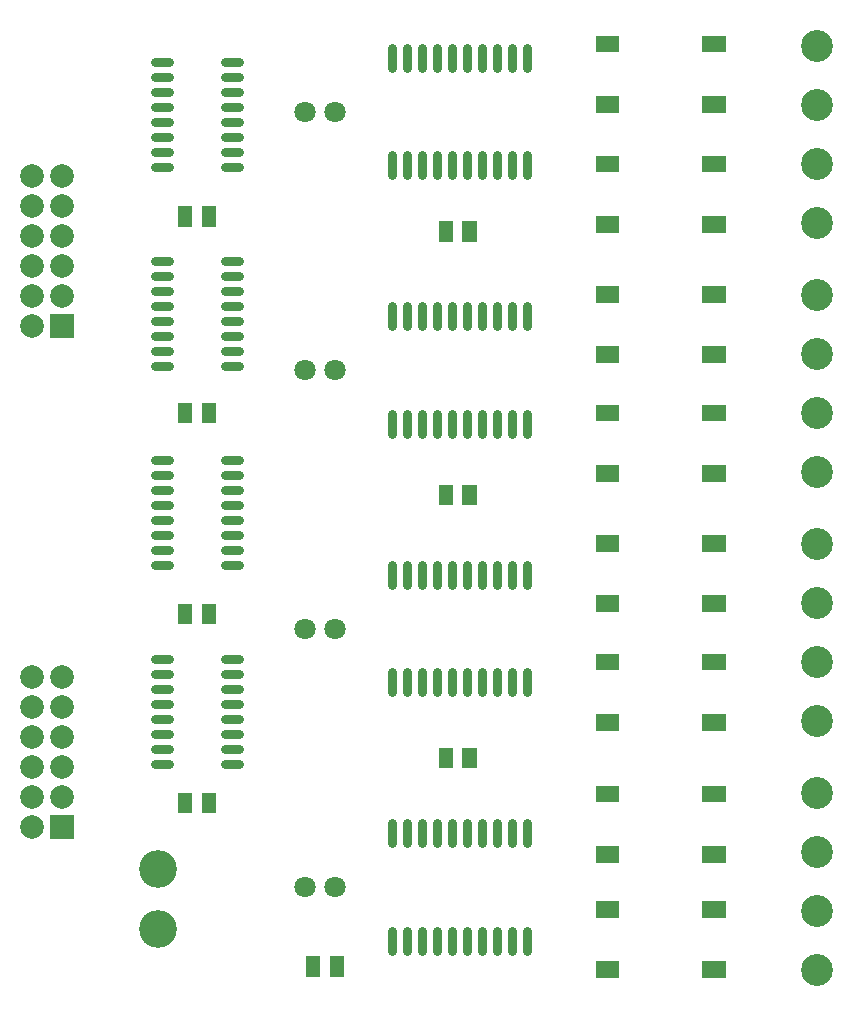
<source format=gts>
G04 Layer: TopSolderMaskLayer*
G04 EasyEDA v6.4.7, 2020-11-03T11:21:11+01:00*
G04 e0ef41b2cc3c4505ab9108ec2d5a37c9,9bd7e35f881f4a88a1d5770e7942d247,10*
G04 Gerber Generator version 0.2*
G04 Scale: 100 percent, Rotated: No, Reflected: No *
G04 Dimensions in millimeters *
G04 leading zeros omitted , absolute positions ,3 integer and 3 decimal *
%FSLAX33Y33*%
%MOMM*%
G90*
D02*

%ADD27C,0.803199*%
%ADD28C,1.803197*%
%ADD30C,2.703195*%
%ADD31C,2.003196*%
%ADD34C,3.203194*%

%LPD*%
G54D27*
G01X36363Y85221D02*
G01X35163Y85221D01*
G01X36363Y83951D02*
G01X35163Y83951D01*
G01X36363Y82681D02*
G01X35163Y82681D01*
G01X36363Y81411D02*
G01X35163Y81411D01*
G01X36363Y80141D02*
G01X35163Y80141D01*
G01X36363Y78871D02*
G01X35163Y78871D01*
G01X36363Y77601D02*
G01X35163Y77601D01*
G01X36363Y76331D02*
G01X35163Y76331D01*
G01X42306Y85221D02*
G01X41106Y85221D01*
G01X42306Y83951D02*
G01X41106Y83951D01*
G01X42306Y82681D02*
G01X41106Y82681D01*
G01X42306Y81411D02*
G01X41106Y81411D01*
G01X42306Y80141D02*
G01X41106Y80141D01*
G01X42306Y78871D02*
G01X41106Y78871D01*
G01X42306Y77601D02*
G01X41106Y77601D01*
G01X42306Y76331D02*
G01X41106Y76331D01*
G01X36363Y68372D02*
G01X35163Y68372D01*
G01X36363Y67102D02*
G01X35163Y67102D01*
G01X36363Y65832D02*
G01X35163Y65832D01*
G01X36363Y64562D02*
G01X35163Y64562D01*
G01X36363Y63292D02*
G01X35163Y63292D01*
G01X36363Y62022D02*
G01X35163Y62022D01*
G01X36363Y60752D02*
G01X35163Y60752D01*
G01X36363Y59482D02*
G01X35163Y59482D01*
G01X42306Y68372D02*
G01X41106Y68372D01*
G01X42306Y67102D02*
G01X41106Y67102D01*
G01X42306Y65832D02*
G01X41106Y65832D01*
G01X42306Y64562D02*
G01X41106Y64562D01*
G01X42306Y63292D02*
G01X41106Y63292D01*
G01X42306Y62022D02*
G01X41106Y62022D01*
G01X42306Y60752D02*
G01X41106Y60752D01*
G01X42306Y59482D02*
G01X41106Y59482D01*
G01X36363Y51523D02*
G01X35163Y51523D01*
G01X36363Y50253D02*
G01X35163Y50253D01*
G01X36363Y48983D02*
G01X35163Y48983D01*
G01X36363Y47713D02*
G01X35163Y47713D01*
G01X36363Y46443D02*
G01X35163Y46443D01*
G01X36363Y45173D02*
G01X35163Y45173D01*
G01X36363Y43903D02*
G01X35163Y43903D01*
G01X36363Y42633D02*
G01X35163Y42633D01*
G01X42306Y51523D02*
G01X41106Y51523D01*
G01X42306Y50253D02*
G01X41106Y50253D01*
G01X42306Y48983D02*
G01X41106Y48983D01*
G01X42306Y47713D02*
G01X41106Y47713D01*
G01X42306Y46443D02*
G01X41106Y46443D01*
G01X42306Y45173D02*
G01X41106Y45173D01*
G01X42306Y43903D02*
G01X41106Y43903D01*
G01X42306Y42633D02*
G01X41106Y42633D01*
G01X36363Y34675D02*
G01X35163Y34675D01*
G01X36363Y33405D02*
G01X35163Y33405D01*
G01X36363Y32135D02*
G01X35163Y32135D01*
G01X36363Y30865D02*
G01X35163Y30865D01*
G01X36363Y29595D02*
G01X35163Y29595D01*
G01X36363Y28325D02*
G01X35163Y28325D01*
G01X36363Y27055D02*
G01X35163Y27055D01*
G01X36363Y25785D02*
G01X35163Y25785D01*
G01X42306Y34675D02*
G01X41106Y34675D01*
G01X42306Y33405D02*
G01X41106Y33405D01*
G01X42306Y32135D02*
G01X41106Y32135D01*
G01X42306Y30865D02*
G01X41106Y30865D01*
G01X42306Y29595D02*
G01X41106Y29595D01*
G01X42306Y28325D02*
G01X41106Y28325D01*
G01X42306Y27055D02*
G01X41106Y27055D01*
G01X42306Y25785D02*
G01X41106Y25785D01*
G01X66675Y42657D02*
G01X66675Y40957D01*
G01X65405Y42657D02*
G01X65405Y40957D01*
G01X64135Y42657D02*
G01X64135Y40957D01*
G01X62865Y42657D02*
G01X62865Y40957D01*
G01X61595Y42657D02*
G01X61595Y40957D01*
G01X60325Y42657D02*
G01X60325Y40957D01*
G01X59055Y42657D02*
G01X59055Y40957D01*
G01X57785Y42657D02*
G01X57785Y40957D01*
G01X56515Y42657D02*
G01X56515Y40957D01*
G01X55245Y42657D02*
G01X55245Y40957D01*
G01X66675Y33557D02*
G01X66675Y31857D01*
G01X65405Y33557D02*
G01X65405Y31857D01*
G01X64135Y33557D02*
G01X64135Y31857D01*
G01X62865Y33557D02*
G01X62865Y31857D01*
G01X61595Y33557D02*
G01X61595Y31857D01*
G01X60325Y33557D02*
G01X60325Y31857D01*
G01X59055Y33557D02*
G01X59055Y31857D01*
G01X57785Y33557D02*
G01X57785Y31857D01*
G01X56515Y33557D02*
G01X56515Y31857D01*
G01X55245Y33557D02*
G01X55245Y31857D01*
G01X66675Y20770D02*
G01X66675Y19070D01*
G01X65405Y20770D02*
G01X65405Y19070D01*
G01X64135Y20770D02*
G01X64135Y19070D01*
G01X62865Y20770D02*
G01X62865Y19070D01*
G01X61595Y20770D02*
G01X61595Y19070D01*
G01X60325Y20770D02*
G01X60325Y19070D01*
G01X59055Y20770D02*
G01X59055Y19070D01*
G01X57785Y20770D02*
G01X57785Y19070D01*
G01X56515Y20770D02*
G01X56515Y19070D01*
G01X55245Y20770D02*
G01X55245Y19070D01*
G01X66675Y11671D02*
G01X66675Y9971D01*
G01X65405Y11671D02*
G01X65405Y9971D01*
G01X64135Y11671D02*
G01X64135Y9971D01*
G01X62865Y11671D02*
G01X62865Y9971D01*
G01X61595Y11671D02*
G01X61595Y9971D01*
G01X60325Y11671D02*
G01X60325Y9971D01*
G01X59055Y11671D02*
G01X59055Y9971D01*
G01X57785Y11671D02*
G01X57785Y9971D01*
G01X56515Y11671D02*
G01X56515Y9971D01*
G01X55245Y11671D02*
G01X55245Y9971D01*
G01X66675Y64543D02*
G01X66675Y62843D01*
G01X65405Y64543D02*
G01X65405Y62843D01*
G01X64135Y64543D02*
G01X64135Y62843D01*
G01X62865Y64543D02*
G01X62865Y62843D01*
G01X61595Y64543D02*
G01X61595Y62843D01*
G01X60325Y64543D02*
G01X60325Y62843D01*
G01X59055Y64543D02*
G01X59055Y62843D01*
G01X57785Y64543D02*
G01X57785Y62843D01*
G01X56515Y64543D02*
G01X56515Y62843D01*
G01X55245Y64543D02*
G01X55245Y62843D01*
G01X66675Y55443D02*
G01X66675Y53743D01*
G01X65405Y55443D02*
G01X65405Y53743D01*
G01X64135Y55443D02*
G01X64135Y53743D01*
G01X62865Y55443D02*
G01X62865Y53743D01*
G01X61595Y55443D02*
G01X61595Y53743D01*
G01X60325Y55443D02*
G01X60325Y53743D01*
G01X59055Y55443D02*
G01X59055Y53743D01*
G01X57785Y55443D02*
G01X57785Y53743D01*
G01X56515Y55443D02*
G01X56515Y53743D01*
G01X55245Y55443D02*
G01X55245Y53743D01*
G01X66675Y86429D02*
G01X66675Y84729D01*
G01X65405Y86429D02*
G01X65405Y84729D01*
G01X64135Y86429D02*
G01X64135Y84729D01*
G01X62865Y86429D02*
G01X62865Y84729D01*
G01X61595Y86429D02*
G01X61595Y84729D01*
G01X60325Y86429D02*
G01X60325Y84729D01*
G01X59055Y86429D02*
G01X59055Y84729D01*
G01X57785Y86429D02*
G01X57785Y84729D01*
G01X56515Y86429D02*
G01X56515Y84729D01*
G01X55245Y86429D02*
G01X55245Y84729D01*
G01X66675Y77330D02*
G01X66675Y75630D01*
G01X65405Y77330D02*
G01X65405Y75630D01*
G01X64135Y77330D02*
G01X64135Y75630D01*
G01X62865Y77330D02*
G01X62865Y75630D01*
G01X61595Y77330D02*
G01X61595Y75630D01*
G01X60325Y77330D02*
G01X60325Y75630D01*
G01X59055Y77330D02*
G01X59055Y75630D01*
G01X57785Y77330D02*
G01X57785Y75630D01*
G01X56515Y77330D02*
G01X56515Y75630D01*
G01X55245Y77330D02*
G01X55245Y75630D01*
G54D28*
G01X47879Y59143D03*
G01X50419Y59143D03*
G01X47879Y81030D03*
G01X50419Y81030D03*
G01X47879Y15371D03*
G01X50419Y15371D03*
G01X47879Y37257D03*
G01X50419Y37257D03*
G36*
G01X39133Y71263D02*
G01X39133Y73016D01*
G01X40337Y73016D01*
G01X40337Y71263D01*
G01X39133Y71263D01*
G37*
G36*
G01X37132Y71263D02*
G01X37132Y73016D01*
G01X38336Y73016D01*
G01X38336Y71263D01*
G01X37132Y71263D01*
G37*
G36*
G01X59197Y47705D02*
G01X59197Y49457D01*
G01X60398Y49457D01*
G01X60398Y47705D01*
G01X59197Y47705D01*
G37*
G36*
G01X61196Y47705D02*
G01X61196Y49457D01*
G01X62400Y49457D01*
G01X62400Y47705D01*
G01X61196Y47705D01*
G37*
G36*
G01X59197Y25416D02*
G01X59197Y27169D01*
G01X60398Y27169D01*
G01X60398Y25416D01*
G01X59197Y25416D01*
G37*
G36*
G01X61196Y25416D02*
G01X61196Y27169D01*
G01X62400Y27169D01*
G01X62400Y25416D01*
G01X61196Y25416D01*
G37*
G36*
G01X49941Y7763D02*
G01X49941Y9516D01*
G01X51145Y9516D01*
G01X51145Y7763D01*
G01X49941Y7763D01*
G37*
G36*
G01X47942Y7763D02*
G01X47942Y9516D01*
G01X49143Y9516D01*
G01X49143Y7763D01*
G01X47942Y7763D01*
G37*
G36*
G01X39133Y21606D02*
G01X39133Y23359D01*
G01X40337Y23359D01*
G01X40337Y21606D01*
G01X39133Y21606D01*
G37*
G36*
G01X37132Y21606D02*
G01X37132Y23359D01*
G01X38336Y23359D01*
G01X38336Y21606D01*
G01X37132Y21606D01*
G37*
G36*
G01X39133Y54626D02*
G01X39133Y56379D01*
G01X40337Y56379D01*
G01X40337Y54626D01*
G01X39133Y54626D01*
G37*
G36*
G01X37132Y54626D02*
G01X37132Y56379D01*
G01X38336Y56379D01*
G01X38336Y54626D01*
G01X37132Y54626D01*
G37*
G36*
G01X39133Y37608D02*
G01X39133Y39361D01*
G01X40337Y39361D01*
G01X40337Y37608D01*
G01X39133Y37608D01*
G37*
G36*
G01X37132Y37608D02*
G01X37132Y39361D01*
G01X38336Y39361D01*
G01X38336Y37608D01*
G01X37132Y37608D01*
G37*
G36*
G01X59197Y69993D02*
G01X59197Y71746D01*
G01X60398Y71746D01*
G01X60398Y69993D01*
G01X59197Y69993D01*
G37*
G36*
G01X61196Y69993D02*
G01X61196Y71746D01*
G01X62400Y71746D01*
G01X62400Y69993D01*
G01X61196Y69993D01*
G37*
G54D30*
G01X91186Y86624D03*
G01X91186Y81624D03*
G01X91186Y76624D03*
G01X91186Y71624D03*
G01X91186Y23378D03*
G01X91186Y18378D03*
G01X91186Y13378D03*
G01X91186Y8378D03*
G01X91186Y44460D03*
G01X91186Y39460D03*
G01X91186Y34460D03*
G01X91186Y29460D03*
G01X91186Y65542D03*
G01X91186Y60542D03*
G01X91186Y55542D03*
G01X91186Y50542D03*
G54D31*
G01X24765Y33150D03*
G01X27305Y33152D03*
G01X24764Y30610D03*
G01X27305Y30612D03*
G01X24764Y28070D03*
G01X27304Y28070D03*
G01X24764Y25530D03*
G01X27305Y25532D03*
G01X24764Y22990D03*
G01X27305Y22992D03*
G01X24764Y20450D03*
G36*
G01X26301Y19450D02*
G01X26301Y21451D01*
G01X28305Y21451D01*
G01X28305Y19450D01*
G01X26301Y19450D01*
G37*
G01X24765Y75568D03*
G01X27305Y75570D03*
G01X24764Y73028D03*
G01X27305Y73030D03*
G01X24764Y70488D03*
G01X27304Y70488D03*
G01X24764Y67948D03*
G01X27305Y67950D03*
G01X24764Y65408D03*
G01X27305Y65410D03*
G01X24764Y62868D03*
G36*
G01X26301Y61868D02*
G01X26301Y63869D01*
G01X28305Y63869D01*
G01X28305Y61868D01*
G01X26301Y61868D01*
G37*
G36*
G01X81475Y17453D02*
G01X81475Y18855D01*
G01X83479Y18855D01*
G01X83479Y17453D01*
G01X81475Y17453D01*
G37*
G36*
G01X81475Y22554D02*
G01X81475Y23956D01*
G01X83479Y23956D01*
G01X83479Y22554D01*
G01X81475Y22554D01*
G37*
G36*
G01X72476Y22554D02*
G01X72476Y23956D01*
G01X74480Y23956D01*
G01X74480Y22554D01*
G01X72476Y22554D01*
G37*
G36*
G01X72476Y17453D02*
G01X72476Y18855D01*
G01X74480Y18855D01*
G01X74480Y17453D01*
G01X72476Y17453D01*
G37*
G36*
G01X81475Y38662D02*
G01X81475Y40064D01*
G01X83479Y40064D01*
G01X83479Y38662D01*
G01X81475Y38662D01*
G37*
G36*
G01X81475Y43763D02*
G01X81475Y45165D01*
G01X83479Y45165D01*
G01X83479Y43763D01*
G01X81475Y43763D01*
G37*
G36*
G01X72476Y43763D02*
G01X72476Y45165D01*
G01X74480Y45165D01*
G01X74480Y43763D01*
G01X72476Y43763D01*
G37*
G36*
G01X72476Y38662D02*
G01X72476Y40064D01*
G01X74480Y40064D01*
G01X74480Y38662D01*
G01X72476Y38662D01*
G37*
G36*
G01X81475Y70793D02*
G01X81475Y72195D01*
G01X83479Y72195D01*
G01X83479Y70793D01*
G01X81475Y70793D01*
G37*
G36*
G01X81475Y75894D02*
G01X81475Y77296D01*
G01X83479Y77296D01*
G01X83479Y75894D01*
G01X81475Y75894D01*
G37*
G36*
G01X72476Y75894D02*
G01X72476Y77296D01*
G01X74480Y77296D01*
G01X74480Y75894D01*
G01X72476Y75894D01*
G37*
G36*
G01X72476Y70793D02*
G01X72476Y72195D01*
G01X74480Y72195D01*
G01X74480Y70793D01*
G01X72476Y70793D01*
G37*
G36*
G01X81475Y7674D02*
G01X81475Y9076D01*
G01X83479Y9076D01*
G01X83479Y7674D01*
G01X81475Y7674D01*
G37*
G36*
G01X81475Y12775D02*
G01X81475Y14177D01*
G01X83479Y14177D01*
G01X83479Y12775D01*
G01X81475Y12775D01*
G37*
G36*
G01X72476Y12775D02*
G01X72476Y14177D01*
G01X74480Y14177D01*
G01X74480Y12775D01*
G01X72476Y12775D01*
G37*
G36*
G01X72476Y7674D02*
G01X72476Y9076D01*
G01X74480Y9076D01*
G01X74480Y7674D01*
G01X72476Y7674D01*
G37*
G36*
G01X81475Y59744D02*
G01X81475Y61146D01*
G01X83479Y61146D01*
G01X83479Y59744D01*
G01X81475Y59744D01*
G37*
G36*
G01X81475Y64845D02*
G01X81475Y66247D01*
G01X83479Y66247D01*
G01X83479Y64845D01*
G01X81475Y64845D01*
G37*
G36*
G01X72476Y64845D02*
G01X72476Y66247D01*
G01X74480Y66247D01*
G01X74480Y64845D01*
G01X72476Y64845D01*
G37*
G36*
G01X72476Y59744D02*
G01X72476Y61146D01*
G01X74480Y61146D01*
G01X74480Y59744D01*
G01X72476Y59744D01*
G37*
G36*
G01X81475Y28629D02*
G01X81475Y30031D01*
G01X83479Y30031D01*
G01X83479Y28629D01*
G01X81475Y28629D01*
G37*
G36*
G01X81475Y33730D02*
G01X81475Y35132D01*
G01X83479Y35132D01*
G01X83479Y33730D01*
G01X81475Y33730D01*
G37*
G36*
G01X72476Y33730D02*
G01X72476Y35132D01*
G01X74480Y35132D01*
G01X74480Y33730D01*
G01X72476Y33730D01*
G37*
G36*
G01X72476Y28629D02*
G01X72476Y30031D01*
G01X74480Y30031D01*
G01X74480Y28629D01*
G01X72476Y28629D01*
G37*
G36*
G01X81475Y49711D02*
G01X81475Y51113D01*
G01X83479Y51113D01*
G01X83479Y49711D01*
G01X81475Y49711D01*
G37*
G36*
G01X81475Y54812D02*
G01X81475Y56214D01*
G01X83479Y56214D01*
G01X83479Y54812D01*
G01X81475Y54812D01*
G37*
G36*
G01X72476Y54812D02*
G01X72476Y56214D01*
G01X74480Y56214D01*
G01X74480Y54812D01*
G01X72476Y54812D01*
G37*
G36*
G01X72476Y49711D02*
G01X72476Y51113D01*
G01X74480Y51113D01*
G01X74480Y49711D01*
G01X72476Y49711D01*
G37*
G36*
G01X81475Y80953D02*
G01X81475Y82355D01*
G01X83479Y82355D01*
G01X83479Y80953D01*
G01X81475Y80953D01*
G37*
G36*
G01X81475Y86054D02*
G01X81475Y87456D01*
G01X83479Y87456D01*
G01X83479Y86054D01*
G01X81475Y86054D01*
G37*
G36*
G01X72476Y86054D02*
G01X72476Y87456D01*
G01X74480Y87456D01*
G01X74480Y86054D01*
G01X72476Y86054D01*
G37*
G36*
G01X72476Y80953D02*
G01X72476Y82355D01*
G01X74480Y82355D01*
G01X74480Y80953D01*
G01X72476Y80953D01*
G37*
G54D34*
G01X35433Y16895D03*
G01X35433Y11815D03*
M00*
M02*

</source>
